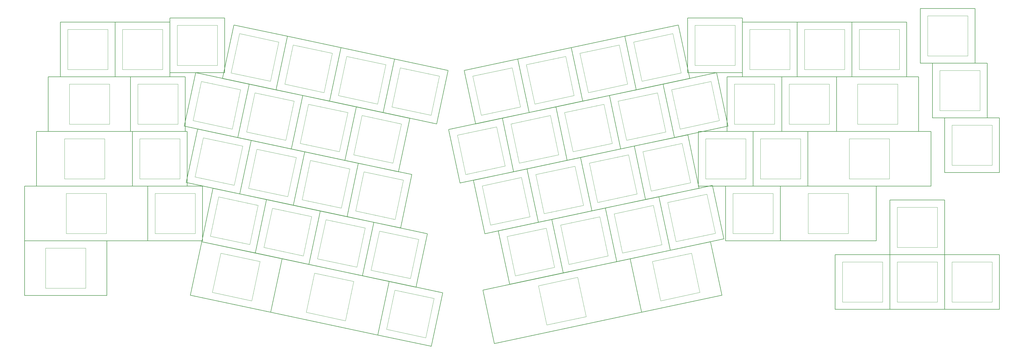
<source format=gbr>
G04 #@! TF.GenerationSoftware,KiCad,Pcbnew,(5.1.5)-3*
G04 #@! TF.CreationDate,2020-04-11T10:21:21+07:00*
G04 #@! TF.ProjectId,arisu,61726973-752e-46b6-9963-61645f706362,1.1*
G04 #@! TF.SameCoordinates,Original*
G04 #@! TF.FileFunction,OtherDrawing,Comment*
%FSLAX46Y46*%
G04 Gerber Fmt 4.6, Leading zero omitted, Abs format (unit mm)*
G04 Created by KiCad (PCBNEW (5.1.5)-3) date 2020-04-11 10:21:21*
%MOMM*%
%LPD*%
G04 APERTURE LIST*
%ADD10C,0.150000*%
%ADD11C,0.120000*%
G04 APERTURE END LIST*
D10*
X37815000Y-29195000D02*
X56865000Y-29195000D01*
X56865000Y-29195000D02*
X56865000Y-48245000D01*
X56865000Y-48245000D02*
X37815000Y-48245000D01*
X37815000Y-48245000D02*
X37815000Y-29195000D01*
D11*
X40355000Y-31735000D02*
X54325000Y-31735000D01*
X54325000Y-31735000D02*
X54325000Y-45705000D01*
X54325000Y-45705000D02*
X40355000Y-45705000D01*
X40355000Y-45705000D02*
X40355000Y-31735000D01*
X40955000Y-64755000D02*
X40955000Y-50785000D01*
X54925000Y-64755000D02*
X40955000Y-64755000D01*
X54925000Y-50785000D02*
X54925000Y-64755000D01*
X40955000Y-50785000D02*
X54925000Y-50785000D01*
D10*
X33652500Y-67295000D02*
X33652500Y-48245000D01*
X62227500Y-67295000D02*
X33652500Y-67295000D01*
X62227500Y-48245000D02*
X62227500Y-67295000D01*
X33652500Y-48245000D02*
X62227500Y-48245000D01*
D11*
X39271250Y-83805000D02*
X39271250Y-69835000D01*
X53241250Y-83805000D02*
X39271250Y-83805000D01*
X53241250Y-69835000D02*
X53241250Y-83805000D01*
X39271250Y-69835000D02*
X53241250Y-69835000D01*
D10*
X29587500Y-86345000D02*
X29587500Y-67295000D01*
X62925000Y-86345000D02*
X29587500Y-86345000D01*
X62925000Y-67295000D02*
X62925000Y-86345000D01*
X29587500Y-67295000D02*
X62925000Y-67295000D01*
D11*
X39858750Y-102855000D02*
X39858750Y-88885000D01*
X53828750Y-102855000D02*
X39858750Y-102855000D01*
X53828750Y-88885000D02*
X53828750Y-102855000D01*
X39858750Y-88885000D02*
X53828750Y-88885000D01*
D10*
X25412500Y-105395000D02*
X25412500Y-86345000D01*
X68275000Y-105395000D02*
X25412500Y-105395000D01*
X68275000Y-86345000D02*
X68275000Y-105395000D01*
X25412500Y-86345000D02*
X68275000Y-86345000D01*
D11*
X32725000Y-121905000D02*
X32725000Y-107935000D01*
X46695000Y-121905000D02*
X32725000Y-121905000D01*
X46695000Y-107935000D02*
X46695000Y-121905000D01*
X32725000Y-107935000D02*
X46695000Y-107935000D01*
D10*
X25422500Y-124445000D02*
X25422500Y-105395000D01*
X53997500Y-124445000D02*
X25422500Y-124445000D01*
X53997500Y-105395000D02*
X53997500Y-124445000D01*
X25422500Y-105395000D02*
X53997500Y-105395000D01*
X56865000Y-29195000D02*
X75915000Y-29195000D01*
X75915000Y-29195000D02*
X75915000Y-48245000D01*
X75915000Y-48245000D02*
X56865000Y-48245000D01*
X56865000Y-48245000D02*
X56865000Y-29195000D01*
D11*
X59405000Y-31735000D02*
X73375000Y-31735000D01*
X73375000Y-31735000D02*
X73375000Y-45705000D01*
X73375000Y-45705000D02*
X59405000Y-45705000D01*
X59405000Y-45705000D02*
X59405000Y-31735000D01*
D10*
X62225000Y-48245000D02*
X81275000Y-48245000D01*
X81275000Y-48245000D02*
X81275000Y-67295000D01*
X81275000Y-67295000D02*
X62225000Y-67295000D01*
X62225000Y-67295000D02*
X62225000Y-48245000D01*
D11*
X64765000Y-50785000D02*
X78735000Y-50785000D01*
X78735000Y-50785000D02*
X78735000Y-64755000D01*
X78735000Y-64755000D02*
X64765000Y-64755000D01*
X64765000Y-64755000D02*
X64765000Y-50785000D01*
D10*
X62925000Y-67295000D02*
X81975000Y-67295000D01*
X81975000Y-67295000D02*
X81975000Y-86345000D01*
X81975000Y-86345000D02*
X62925000Y-86345000D01*
X62925000Y-86345000D02*
X62925000Y-67295000D01*
D11*
X65465000Y-69835000D02*
X79435000Y-69835000D01*
X79435000Y-69835000D02*
X79435000Y-83805000D01*
X79435000Y-83805000D02*
X65465000Y-83805000D01*
X65465000Y-83805000D02*
X65465000Y-69835000D01*
D10*
X68275000Y-86345000D02*
X87325000Y-86345000D01*
X87325000Y-86345000D02*
X87325000Y-105395000D01*
X87325000Y-105395000D02*
X68275000Y-105395000D01*
X68275000Y-105395000D02*
X68275000Y-86345000D01*
D11*
X70815000Y-88885000D02*
X84785000Y-88885000D01*
X84785000Y-88885000D02*
X84785000Y-102855000D01*
X84785000Y-102855000D02*
X70815000Y-102855000D01*
X70815000Y-102855000D02*
X70815000Y-88885000D01*
D10*
X75915000Y-27694615D02*
X94965000Y-27694615D01*
X94965000Y-27694615D02*
X94965000Y-46744615D01*
X94965000Y-46744615D02*
X75915000Y-46744615D01*
X75915000Y-46744615D02*
X75915000Y-27694615D01*
D11*
X78455000Y-30234615D02*
X92425000Y-30234615D01*
X92425000Y-30234615D02*
X92425000Y-44204615D01*
X92425000Y-44204615D02*
X78455000Y-44204615D01*
X78455000Y-44204615D02*
X78455000Y-30234615D01*
D10*
X84915851Y-46796624D02*
X103549563Y-50757342D01*
X103549563Y-50757342D02*
X99588845Y-69391054D01*
X99588845Y-69391054D02*
X80955133Y-65430336D01*
X80955133Y-65430336D02*
X84915851Y-46796624D01*
D11*
X86872250Y-49809215D02*
X100536972Y-52713741D01*
X100536972Y-52713741D02*
X97632446Y-66378463D01*
X97632446Y-66378463D02*
X83967724Y-63473937D01*
X83967724Y-63473937D02*
X86872250Y-49809215D01*
D10*
X85613518Y-66420517D02*
X104247230Y-70381235D01*
X104247230Y-70381235D02*
X100286512Y-89014947D01*
X100286512Y-89014947D02*
X81652800Y-85054229D01*
X81652800Y-85054229D02*
X85613518Y-66420517D01*
D11*
X87569917Y-69433108D02*
X101234639Y-72337634D01*
X101234639Y-72337634D02*
X98330113Y-86002356D01*
X98330113Y-86002356D02*
X84665391Y-83097830D01*
X84665391Y-83097830D02*
X87569917Y-69433108D01*
D10*
X90969600Y-87034586D02*
X109603312Y-90995304D01*
X109603312Y-90995304D02*
X105642594Y-109629016D01*
X105642594Y-109629016D02*
X87008882Y-105668298D01*
X87008882Y-105668298D02*
X90969600Y-87034586D01*
D11*
X92925999Y-90047177D02*
X106590721Y-92951703D01*
X106590721Y-92951703D02*
X103686195Y-106616425D01*
X103686195Y-106616425D02*
X90021473Y-103711899D01*
X90021473Y-103711899D02*
X92925999Y-90047177D01*
X90719174Y-123335787D02*
X93623700Y-109671065D01*
X104383896Y-126240313D02*
X90719174Y-123335787D01*
X107288422Y-112575591D02*
X104383896Y-126240313D01*
X93623700Y-109671065D02*
X107288422Y-112575591D01*
D10*
X83048155Y-124302007D02*
X87008873Y-105668295D01*
X110998723Y-130243083D02*
X83048155Y-124302007D01*
X114959441Y-111609372D02*
X110998723Y-130243083D01*
X87008873Y-105668295D02*
X114959441Y-111609372D01*
X98193509Y-30143281D02*
X116827221Y-34103999D01*
X116827221Y-34103999D02*
X112866503Y-52737711D01*
X112866503Y-52737711D02*
X94232791Y-48776993D01*
X94232791Y-48776993D02*
X98193509Y-30143281D01*
D11*
X100149908Y-33155872D02*
X113814630Y-36060398D01*
X113814630Y-36060398D02*
X110910104Y-49725120D01*
X110910104Y-49725120D02*
X97245382Y-46820594D01*
X97245382Y-46820594D02*
X100149908Y-33155872D01*
D10*
X103549561Y-50757350D02*
X122183273Y-54718068D01*
X122183273Y-54718068D02*
X118222555Y-73351780D01*
X118222555Y-73351780D02*
X99588843Y-69391062D01*
X99588843Y-69391062D02*
X103549561Y-50757350D01*
D11*
X105505960Y-53769941D02*
X119170682Y-56674467D01*
X119170682Y-56674467D02*
X116266156Y-70339189D01*
X116266156Y-70339189D02*
X102601434Y-67434663D01*
X102601434Y-67434663D02*
X105505960Y-53769941D01*
D10*
X104247228Y-70381244D02*
X122880940Y-74341962D01*
X122880940Y-74341962D02*
X118920222Y-92975674D01*
X118920222Y-92975674D02*
X100286510Y-89014956D01*
X100286510Y-89014956D02*
X104247228Y-70381244D01*
D11*
X106203627Y-73393835D02*
X119868349Y-76298361D01*
X119868349Y-76298361D02*
X116963823Y-89963083D01*
X116963823Y-89963083D02*
X103299101Y-87058557D01*
X103299101Y-87058557D02*
X106203627Y-73393835D01*
D10*
X109603310Y-90995312D02*
X128237022Y-94956030D01*
X128237022Y-94956030D02*
X124276304Y-113589742D01*
X124276304Y-113589742D02*
X105642592Y-109629024D01*
X105642592Y-109629024D02*
X109603310Y-90995312D01*
D11*
X111559709Y-94007903D02*
X125224431Y-96912429D01*
X125224431Y-96912429D02*
X122319905Y-110577151D01*
X122319905Y-110577151D02*
X108655183Y-107672625D01*
X108655183Y-107672625D02*
X111559709Y-94007903D01*
D10*
X116827220Y-34103999D02*
X135460932Y-38064717D01*
X135460932Y-38064717D02*
X131500214Y-56698429D01*
X131500214Y-56698429D02*
X112866502Y-52737711D01*
X112866502Y-52737711D02*
X116827220Y-34103999D01*
D11*
X118783619Y-37116590D02*
X132448341Y-40021116D01*
X132448341Y-40021116D02*
X129543815Y-53685838D01*
X129543815Y-53685838D02*
X115879093Y-50781312D01*
X115879093Y-50781312D02*
X118783619Y-37116590D01*
D10*
X122183271Y-54718077D02*
X140816983Y-58678795D01*
X140816983Y-58678795D02*
X136856265Y-77312507D01*
X136856265Y-77312507D02*
X118222553Y-73351789D01*
X118222553Y-73351789D02*
X122183271Y-54718077D01*
D11*
X124139670Y-57730668D02*
X137804392Y-60635194D01*
X137804392Y-60635194D02*
X134899866Y-74299916D01*
X134899866Y-74299916D02*
X121235144Y-71395390D01*
X121235144Y-71395390D02*
X124139670Y-57730668D01*
D10*
X122880938Y-74341971D02*
X141514650Y-78302689D01*
X141514650Y-78302689D02*
X137553932Y-96936401D01*
X137553932Y-96936401D02*
X118920220Y-92975683D01*
X118920220Y-92975683D02*
X122880938Y-74341971D01*
D11*
X124837337Y-77354562D02*
X138502059Y-80259088D01*
X138502059Y-80259088D02*
X135597533Y-93923810D01*
X135597533Y-93923810D02*
X121932811Y-91019284D01*
X121932811Y-91019284D02*
X124837337Y-77354562D01*
D10*
X128237019Y-94956039D02*
X146870731Y-98916757D01*
X146870731Y-98916757D02*
X142910013Y-117550469D01*
X142910013Y-117550469D02*
X124276301Y-113589751D01*
X124276301Y-113589751D02*
X128237019Y-94956039D01*
D11*
X130193418Y-97968630D02*
X143858140Y-100873156D01*
X143858140Y-100873156D02*
X140953614Y-114537878D01*
X140953614Y-114537878D02*
X127288892Y-111633352D01*
X127288892Y-111633352D02*
X130193418Y-97968630D01*
X123328165Y-130267039D02*
X126232691Y-116602317D01*
X136992887Y-133171566D02*
X123328165Y-130267039D01*
X139897413Y-119506844D02*
X136992887Y-133171566D01*
X126232691Y-116602317D02*
X139897413Y-119506844D01*
D10*
X110998718Y-130243080D02*
X114959436Y-111609368D01*
X148266142Y-138164515D02*
X110998718Y-130243080D01*
X152226860Y-119530803D02*
X148266142Y-138164515D01*
X114959436Y-111609368D02*
X152226860Y-119530803D01*
X135460932Y-38064717D02*
X154094644Y-42025435D01*
X154094644Y-42025435D02*
X150133926Y-60659147D01*
X150133926Y-60659147D02*
X131500214Y-56698429D01*
X131500214Y-56698429D02*
X135460932Y-38064717D01*
D11*
X137417331Y-41077308D02*
X151082053Y-43981834D01*
X151082053Y-43981834D02*
X148177527Y-57646556D01*
X148177527Y-57646556D02*
X134512805Y-54742030D01*
X134512805Y-54742030D02*
X137417331Y-41077308D01*
D10*
X140816981Y-58678804D02*
X159450693Y-62639522D01*
X159450693Y-62639522D02*
X155489975Y-81273234D01*
X155489975Y-81273234D02*
X136856263Y-77312516D01*
X136856263Y-77312516D02*
X140816981Y-58678804D01*
D11*
X142773380Y-61691395D02*
X156438102Y-64595921D01*
X156438102Y-64595921D02*
X153533576Y-78260643D01*
X153533576Y-78260643D02*
X139868854Y-75356117D01*
X139868854Y-75356117D02*
X142773380Y-61691395D01*
D10*
X141514648Y-78302698D02*
X160148360Y-82263416D01*
X160148360Y-82263416D02*
X156187642Y-100897128D01*
X156187642Y-100897128D02*
X137553930Y-96936410D01*
X137553930Y-96936410D02*
X141514648Y-78302698D01*
D11*
X143471047Y-81315289D02*
X157135769Y-84219815D01*
X157135769Y-84219815D02*
X154231243Y-97884537D01*
X154231243Y-97884537D02*
X140566521Y-94980011D01*
X140566521Y-94980011D02*
X143471047Y-81315289D01*
D10*
X146870729Y-98916766D02*
X165504441Y-102877484D01*
X165504441Y-102877484D02*
X161543723Y-121511196D01*
X161543723Y-121511196D02*
X142910011Y-117550478D01*
X142910011Y-117550478D02*
X146870729Y-98916766D01*
D11*
X148827128Y-101929357D02*
X162491850Y-104833883D01*
X162491850Y-104833883D02*
X159587324Y-118498605D01*
X159587324Y-118498605D02*
X145922602Y-115594079D01*
X145922602Y-115594079D02*
X148827128Y-101929357D01*
D10*
X152226866Y-119530795D02*
X170860578Y-123491513D01*
X170860578Y-123491513D02*
X166899860Y-142125225D01*
X166899860Y-142125225D02*
X148266148Y-138164507D01*
X148266148Y-138164507D02*
X152226866Y-119530795D01*
D11*
X154183265Y-122543386D02*
X167847987Y-125447912D01*
X167847987Y-125447912D02*
X164943461Y-139112634D01*
X164943461Y-139112634D02*
X151278739Y-136208108D01*
X151278739Y-136208108D02*
X154183265Y-122543386D01*
D10*
X154094644Y-42025434D02*
X172728356Y-45986152D01*
X172728356Y-45986152D02*
X168767638Y-64619864D01*
X168767638Y-64619864D02*
X150133926Y-60659146D01*
X150133926Y-60659146D02*
X154094644Y-42025434D01*
D11*
X156051043Y-45038025D02*
X169715765Y-47942551D01*
X169715765Y-47942551D02*
X166811239Y-61607273D01*
X166811239Y-61607273D02*
X153146517Y-58702747D01*
X153146517Y-58702747D02*
X156051043Y-45038025D01*
D10*
X172935423Y-66599527D02*
X191569135Y-62638809D01*
X191569135Y-62638809D02*
X195529853Y-81272521D01*
X195529853Y-81272521D02*
X176896141Y-85233239D01*
X176896141Y-85233239D02*
X172935423Y-66599527D01*
D11*
X175948014Y-68555926D02*
X189612736Y-65651400D01*
X189612736Y-65651400D02*
X192517262Y-79316122D01*
X192517262Y-79316122D02*
X178852540Y-82220648D01*
X178852540Y-82220648D02*
X175948014Y-68555926D01*
D10*
X181554544Y-84243079D02*
X200188256Y-80282361D01*
X200188256Y-80282361D02*
X204148974Y-98916073D01*
X204148974Y-98916073D02*
X185515262Y-102876791D01*
X185515262Y-102876791D02*
X181554544Y-84243079D01*
D11*
X184567135Y-86199478D02*
X198231857Y-83294952D01*
X198231857Y-83294952D02*
X201136383Y-96959674D01*
X201136383Y-96959674D02*
X187471661Y-99864200D01*
X187471661Y-99864200D02*
X184567135Y-86199478D01*
D10*
X190173665Y-101886631D02*
X208807377Y-97925913D01*
X208807377Y-97925913D02*
X212768095Y-116559625D01*
X212768095Y-116559625D02*
X194134383Y-120520343D01*
X194134383Y-120520343D02*
X190173665Y-101886631D01*
D11*
X193186256Y-103843030D02*
X206850978Y-100938504D01*
X206850978Y-100938504D02*
X209755504Y-114603226D01*
X209755504Y-114603226D02*
X196090782Y-117507752D01*
X196090782Y-117507752D02*
X193186256Y-103843030D01*
D10*
X178291650Y-45985428D02*
X196925362Y-42024710D01*
X196925362Y-42024710D02*
X200886080Y-60658422D01*
X200886080Y-60658422D02*
X182252368Y-64619140D01*
X182252368Y-64619140D02*
X178291650Y-45985428D01*
D11*
X181304241Y-47941827D02*
X194968963Y-45037301D01*
X194968963Y-45037301D02*
X197873489Y-58702023D01*
X197873489Y-58702023D02*
X184208767Y-61606549D01*
X184208767Y-61606549D02*
X181304241Y-47941827D01*
D10*
X191569134Y-62638809D02*
X210202846Y-58678091D01*
X210202846Y-58678091D02*
X214163564Y-77311803D01*
X214163564Y-77311803D02*
X195529852Y-81272521D01*
X195529852Y-81272521D02*
X191569134Y-62638809D01*
D11*
X194581725Y-64595208D02*
X208246447Y-61690682D01*
X208246447Y-61690682D02*
X211150973Y-75355404D01*
X211150973Y-75355404D02*
X197486251Y-78259930D01*
X197486251Y-78259930D02*
X194581725Y-64595208D01*
D10*
X200188255Y-80282361D02*
X218821967Y-76321643D01*
X218821967Y-76321643D02*
X222782685Y-94955355D01*
X222782685Y-94955355D02*
X204148973Y-98916073D01*
X204148973Y-98916073D02*
X200188255Y-80282361D01*
D11*
X203200846Y-82238760D02*
X216865568Y-79334234D01*
X216865568Y-79334234D02*
X219770094Y-92998956D01*
X219770094Y-92998956D02*
X206105372Y-95903482D01*
X206105372Y-95903482D02*
X203200846Y-82238760D01*
D10*
X208807377Y-97925913D02*
X227441089Y-93965195D01*
X227441089Y-93965195D02*
X231401807Y-112598907D01*
X231401807Y-112598907D02*
X212768095Y-116559625D01*
X212768095Y-116559625D02*
X208807377Y-97925913D01*
D11*
X211819968Y-99882312D02*
X225484690Y-96977786D01*
X225484690Y-96977786D02*
X228389216Y-110642508D01*
X228389216Y-110642508D02*
X214724494Y-113547034D01*
X214724494Y-113547034D02*
X211819968Y-99882312D01*
X207039168Y-134656162D02*
X204134641Y-120991440D01*
X220703890Y-131751636D02*
X207039168Y-134656162D01*
X217799363Y-118086914D02*
X220703890Y-131751636D01*
X204134641Y-120991440D02*
X217799363Y-118086914D01*
D10*
X188778271Y-141134381D02*
X184817553Y-122500669D01*
X240020978Y-130242407D02*
X188778271Y-141134381D01*
X236060260Y-111608695D02*
X240020978Y-130242407D01*
X184817553Y-122500669D02*
X236060260Y-111608695D01*
X196925362Y-42024710D02*
X215559074Y-38063992D01*
X215559074Y-38063992D02*
X219519792Y-56697704D01*
X219519792Y-56697704D02*
X200886080Y-60658422D01*
X200886080Y-60658422D02*
X196925362Y-42024710D01*
D11*
X199937953Y-43981109D02*
X213602675Y-41076583D01*
X213602675Y-41076583D02*
X216507201Y-54741305D01*
X216507201Y-54741305D02*
X202842479Y-57645831D01*
X202842479Y-57645831D02*
X199937953Y-43981109D01*
D10*
X210202846Y-58678092D02*
X228836558Y-54717374D01*
X228836558Y-54717374D02*
X232797276Y-73351086D01*
X232797276Y-73351086D02*
X214163564Y-77311804D01*
X214163564Y-77311804D02*
X210202846Y-58678092D01*
D11*
X213215437Y-60634491D02*
X226880159Y-57729965D01*
X226880159Y-57729965D02*
X229784685Y-71394687D01*
X229784685Y-71394687D02*
X216119963Y-74299213D01*
X216119963Y-74299213D02*
X213215437Y-60634491D01*
D10*
X218821967Y-76321644D02*
X237455679Y-72360926D01*
X237455679Y-72360926D02*
X241416397Y-90994638D01*
X241416397Y-90994638D02*
X222782685Y-94955356D01*
X222782685Y-94955356D02*
X218821967Y-76321644D01*
D11*
X221834558Y-78278043D02*
X235499280Y-75373517D01*
X235499280Y-75373517D02*
X238403806Y-89038239D01*
X238403806Y-89038239D02*
X224739084Y-91942765D01*
X224739084Y-91942765D02*
X221834558Y-78278043D01*
D10*
X227441088Y-93965196D02*
X246074800Y-90004478D01*
X246074800Y-90004478D02*
X250035518Y-108638190D01*
X250035518Y-108638190D02*
X231401806Y-112598908D01*
X231401806Y-112598908D02*
X227441088Y-93965196D01*
D11*
X230453679Y-95921595D02*
X244118401Y-93017069D01*
X244118401Y-93017069D02*
X247022927Y-106681791D01*
X247022927Y-106681791D02*
X233358205Y-109586317D01*
X233358205Y-109586317D02*
X230453679Y-95921595D01*
D10*
X215559074Y-38063993D02*
X234192786Y-34103275D01*
X234192786Y-34103275D02*
X238153504Y-52736987D01*
X238153504Y-52736987D02*
X219519792Y-56697705D01*
X219519792Y-56697705D02*
X215559074Y-38063993D01*
D11*
X218571665Y-40020392D02*
X232236387Y-37115866D01*
X232236387Y-37115866D02*
X235140913Y-50780588D01*
X235140913Y-50780588D02*
X221476191Y-53685114D01*
X221476191Y-53685114D02*
X218571665Y-40020392D01*
D10*
X228836558Y-54717374D02*
X247470270Y-50756656D01*
X247470270Y-50756656D02*
X251430988Y-69390368D01*
X251430988Y-69390368D02*
X232797276Y-73351086D01*
X232797276Y-73351086D02*
X228836558Y-54717374D01*
D11*
X231849149Y-56673773D02*
X245513871Y-53769247D01*
X245513871Y-53769247D02*
X248418397Y-67433969D01*
X248418397Y-67433969D02*
X234753675Y-70338495D01*
X234753675Y-70338495D02*
X231849149Y-56673773D01*
D10*
X237455679Y-72360926D02*
X256089391Y-68400208D01*
X256089391Y-68400208D02*
X260050109Y-87033920D01*
X260050109Y-87033920D02*
X241416397Y-90994638D01*
X241416397Y-90994638D02*
X237455679Y-72360926D01*
D11*
X240468270Y-74317325D02*
X254132992Y-71412799D01*
X254132992Y-71412799D02*
X257037518Y-85077521D01*
X257037518Y-85077521D02*
X243372796Y-87982047D01*
X243372796Y-87982047D02*
X240468270Y-74317325D01*
D10*
X246074800Y-90004478D02*
X264708512Y-86043760D01*
X264708512Y-86043760D02*
X268669230Y-104677472D01*
X268669230Y-104677472D02*
X250035518Y-108638190D01*
X250035518Y-108638190D02*
X246074800Y-90004478D01*
D11*
X249087391Y-91960877D02*
X262752113Y-89056351D01*
X262752113Y-89056351D02*
X265656639Y-102721073D01*
X265656639Y-102721073D02*
X251991917Y-105625599D01*
X251991917Y-105625599D02*
X249087391Y-91960877D01*
X246635804Y-126239650D02*
X243731278Y-112574928D01*
X260300526Y-123335123D02*
X246635804Y-126239650D01*
X257396000Y-109670401D02*
X260300526Y-123335123D01*
X243731278Y-112574928D02*
X257396000Y-109670401D01*
D10*
X240020977Y-130242420D02*
X236060259Y-111608708D01*
X267971544Y-124301343D02*
X240020977Y-130242420D01*
X264010827Y-105667631D02*
X267971544Y-124301343D01*
X236060259Y-111608708D02*
X264010827Y-105667631D01*
X234192785Y-34103275D02*
X252826497Y-30142557D01*
X252826497Y-30142557D02*
X256787215Y-48776269D01*
X256787215Y-48776269D02*
X238153503Y-52736987D01*
X238153503Y-52736987D02*
X234192785Y-34103275D01*
D11*
X237205376Y-36059674D02*
X250870098Y-33155148D01*
X250870098Y-33155148D02*
X253774624Y-46819870D01*
X253774624Y-46819870D02*
X240109902Y-49724396D01*
X240109902Y-49724396D02*
X237205376Y-36059674D01*
D10*
X247470270Y-50756656D02*
X266103982Y-46795938D01*
X266103982Y-46795938D02*
X270064700Y-65429650D01*
X270064700Y-65429650D02*
X251430988Y-69390368D01*
X251430988Y-69390368D02*
X247470270Y-50756656D01*
D11*
X250482861Y-52713055D02*
X264147583Y-49808529D01*
X264147583Y-49808529D02*
X267052109Y-63473251D01*
X267052109Y-63473251D02*
X253387387Y-66377777D01*
X253387387Y-66377777D02*
X250482861Y-52713055D01*
D10*
X259725000Y-67295000D02*
X278775000Y-67295000D01*
X278775000Y-67295000D02*
X278775000Y-86345000D01*
X278775000Y-86345000D02*
X259725000Y-86345000D01*
X259725000Y-86345000D02*
X259725000Y-67295000D01*
D11*
X262265000Y-69835000D02*
X276235000Y-69835000D01*
X276235000Y-69835000D02*
X276235000Y-83805000D01*
X276235000Y-83805000D02*
X262265000Y-83805000D01*
X262265000Y-83805000D02*
X262265000Y-69835000D01*
D10*
X269250019Y-86344998D02*
X288300019Y-86344998D01*
X288300019Y-86344998D02*
X288300019Y-105394998D01*
X288300019Y-105394998D02*
X269250019Y-105394998D01*
X269250019Y-105394998D02*
X269250019Y-86344998D01*
D11*
X271790019Y-88884998D02*
X285760019Y-88884998D01*
X285760019Y-88884998D02*
X285760019Y-102854998D01*
X285760019Y-102854998D02*
X271790019Y-102854998D01*
X271790019Y-102854998D02*
X271790019Y-88884998D01*
D10*
X256045000Y-27694615D02*
X275095000Y-27694615D01*
X275095000Y-27694615D02*
X275095000Y-46744615D01*
X275095000Y-46744615D02*
X256045000Y-46744615D01*
X256045000Y-46744615D02*
X256045000Y-27694615D01*
D11*
X258585000Y-30234615D02*
X272555000Y-30234615D01*
X272555000Y-30234615D02*
X272555000Y-44204615D01*
X272555000Y-44204615D02*
X258585000Y-44204615D01*
X258585000Y-44204615D02*
X258585000Y-30234615D01*
D10*
X269735000Y-48245000D02*
X288785000Y-48245000D01*
X288785000Y-48245000D02*
X288785000Y-67295000D01*
X288785000Y-67295000D02*
X269735000Y-67295000D01*
X269735000Y-67295000D02*
X269735000Y-48245000D01*
D11*
X272275000Y-50785000D02*
X286245000Y-50785000D01*
X286245000Y-50785000D02*
X286245000Y-64755000D01*
X286245000Y-64755000D02*
X272275000Y-64755000D01*
X272275000Y-64755000D02*
X272275000Y-50785000D01*
D10*
X278775000Y-67295000D02*
X297825000Y-67295000D01*
X297825000Y-67295000D02*
X297825000Y-86345000D01*
X297825000Y-86345000D02*
X278775000Y-86345000D01*
X278775000Y-86345000D02*
X278775000Y-67295000D01*
D11*
X281315000Y-69835000D02*
X295285000Y-69835000D01*
X295285000Y-69835000D02*
X295285000Y-83805000D01*
X295285000Y-83805000D02*
X281315000Y-83805000D01*
X281315000Y-83805000D02*
X281315000Y-69835000D01*
X297983769Y-102854998D02*
X297983769Y-88884998D01*
X311953769Y-102854998D02*
X297983769Y-102854998D01*
X311953769Y-88884998D02*
X311953769Y-102854998D01*
X297983769Y-88884998D02*
X311953769Y-88884998D01*
D10*
X288300019Y-105394998D02*
X288300019Y-86344998D01*
X321637519Y-105394998D02*
X288300019Y-105394998D01*
X321637519Y-86344998D02*
X321637519Y-105394998D01*
X288300019Y-86344998D02*
X321637519Y-86344998D01*
X275095000Y-29195000D02*
X294145000Y-29195000D01*
X294145000Y-29195000D02*
X294145000Y-48245000D01*
X294145000Y-48245000D02*
X275095000Y-48245000D01*
X275095000Y-48245000D02*
X275095000Y-29195000D01*
D11*
X277635000Y-31735000D02*
X291605000Y-31735000D01*
X291605000Y-31735000D02*
X291605000Y-45705000D01*
X291605000Y-45705000D02*
X277635000Y-45705000D01*
X277635000Y-45705000D02*
X277635000Y-31735000D01*
D10*
X288785000Y-48245000D02*
X307835000Y-48245000D01*
X307835000Y-48245000D02*
X307835000Y-67295000D01*
X307835000Y-67295000D02*
X288785000Y-67295000D01*
X288785000Y-67295000D02*
X288785000Y-48245000D01*
D11*
X291325000Y-50785000D02*
X305295000Y-50785000D01*
X305295000Y-50785000D02*
X305295000Y-64755000D01*
X305295000Y-64755000D02*
X291325000Y-64755000D01*
X291325000Y-64755000D02*
X291325000Y-50785000D01*
X312271250Y-83805000D02*
X312271250Y-69835000D01*
X326241250Y-83805000D02*
X312271250Y-83805000D01*
X326241250Y-69835000D02*
X326241250Y-83805000D01*
X312271250Y-69835000D02*
X326241250Y-69835000D01*
D10*
X297825000Y-86345000D02*
X297825000Y-67295000D01*
X340687500Y-86345000D02*
X297825000Y-86345000D01*
X340687500Y-67295000D02*
X340687500Y-86345000D01*
X297825000Y-67295000D02*
X340687500Y-67295000D01*
X307349949Y-110157503D02*
X326399949Y-110157503D01*
X326399949Y-110157503D02*
X326399949Y-129207503D01*
X326399949Y-129207503D02*
X307349949Y-129207503D01*
X307349949Y-129207503D02*
X307349949Y-110157503D01*
D11*
X309889949Y-112697503D02*
X323859949Y-112697503D01*
X323859949Y-112697503D02*
X323859949Y-126667503D01*
X323859949Y-126667503D02*
X309889949Y-126667503D01*
X309889949Y-126667503D02*
X309889949Y-112697503D01*
D10*
X294145000Y-29195000D02*
X313195000Y-29195000D01*
X313195000Y-29195000D02*
X313195000Y-48245000D01*
X313195000Y-48245000D02*
X294145000Y-48245000D01*
X294145000Y-48245000D02*
X294145000Y-29195000D01*
D11*
X296685000Y-31735000D02*
X310655000Y-31735000D01*
X310655000Y-31735000D02*
X310655000Y-45705000D01*
X310655000Y-45705000D02*
X296685000Y-45705000D01*
X296685000Y-45705000D02*
X296685000Y-31735000D01*
X315145000Y-64755000D02*
X315145000Y-50785000D01*
X329115000Y-64755000D02*
X315145000Y-64755000D01*
X329115000Y-50785000D02*
X329115000Y-64755000D01*
X315145000Y-50785000D02*
X329115000Y-50785000D01*
D10*
X307842500Y-67295000D02*
X307842500Y-48245000D01*
X336417500Y-67295000D02*
X307842500Y-67295000D01*
X336417500Y-48245000D02*
X336417500Y-67295000D01*
X307842500Y-48245000D02*
X336417500Y-48245000D01*
X326399949Y-91107503D02*
X345449949Y-91107503D01*
X345449949Y-91107503D02*
X345449949Y-110157503D01*
X345449949Y-110157503D02*
X326399949Y-110157503D01*
X326399949Y-110157503D02*
X326399949Y-91107503D01*
D11*
X328939949Y-93647503D02*
X342909949Y-93647503D01*
X342909949Y-93647503D02*
X342909949Y-107617503D01*
X342909949Y-107617503D02*
X328939949Y-107617503D01*
X328939949Y-107617503D02*
X328939949Y-93647503D01*
D10*
X326399949Y-110157503D02*
X345449949Y-110157503D01*
X345449949Y-110157503D02*
X345449949Y-129207503D01*
X345449949Y-129207503D02*
X326399949Y-129207503D01*
X326399949Y-129207503D02*
X326399949Y-110157503D01*
D11*
X328939949Y-112697503D02*
X342909949Y-112697503D01*
X342909949Y-112697503D02*
X342909949Y-126667503D01*
X342909949Y-126667503D02*
X328939949Y-126667503D01*
X328939949Y-126667503D02*
X328939949Y-112697503D01*
D10*
X313195000Y-29195000D02*
X332245000Y-29195000D01*
X332245000Y-29195000D02*
X332245000Y-48245000D01*
X332245000Y-48245000D02*
X313195000Y-48245000D01*
X313195000Y-48245000D02*
X313195000Y-29195000D01*
D11*
X315735000Y-31735000D02*
X329705000Y-31735000D01*
X329705000Y-31735000D02*
X329705000Y-45705000D01*
X329705000Y-45705000D02*
X315735000Y-45705000D01*
X315735000Y-45705000D02*
X315735000Y-31735000D01*
D10*
X337007542Y-24432509D02*
X356057542Y-24432509D01*
X356057542Y-24432509D02*
X356057542Y-43482509D01*
X356057542Y-43482509D02*
X337007542Y-43482509D01*
X337007542Y-43482509D02*
X337007542Y-24432509D01*
D11*
X339547542Y-26972509D02*
X353517542Y-26972509D01*
X353517542Y-26972509D02*
X353517542Y-40942509D01*
X353517542Y-40942509D02*
X339547542Y-40942509D01*
X339547542Y-40942509D02*
X339547542Y-26972509D01*
D10*
X341180000Y-43482516D02*
X360230000Y-43482516D01*
X360230000Y-43482516D02*
X360230000Y-62532516D01*
X360230000Y-62532516D02*
X341180000Y-62532516D01*
X341180000Y-62532516D02*
X341180000Y-43482516D01*
D11*
X343720000Y-46022516D02*
X357690000Y-46022516D01*
X357690000Y-46022516D02*
X357690000Y-59992516D01*
X357690000Y-59992516D02*
X343720000Y-59992516D01*
X343720000Y-59992516D02*
X343720000Y-46022516D01*
D10*
X345449949Y-62532519D02*
X364499949Y-62532519D01*
X364499949Y-62532519D02*
X364499949Y-81582519D01*
X364499949Y-81582519D02*
X345449949Y-81582519D01*
X345449949Y-81582519D02*
X345449949Y-62532519D01*
D11*
X347989949Y-65072519D02*
X361959949Y-65072519D01*
X361959949Y-65072519D02*
X361959949Y-79042519D01*
X361959949Y-79042519D02*
X347989949Y-79042519D01*
X347989949Y-79042519D02*
X347989949Y-65072519D01*
D10*
X345449949Y-110157503D02*
X364499949Y-110157503D01*
X364499949Y-110157503D02*
X364499949Y-129207503D01*
X364499949Y-129207503D02*
X345449949Y-129207503D01*
X345449949Y-129207503D02*
X345449949Y-110157503D01*
D11*
X347989949Y-112697503D02*
X361959949Y-112697503D01*
X361959949Y-112697503D02*
X361959949Y-126667503D01*
X361959949Y-126667503D02*
X347989949Y-126667503D01*
X347989949Y-126667503D02*
X347989949Y-112697503D01*
M02*

</source>
